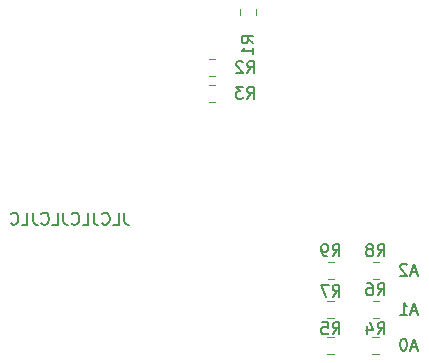
<source format=gbr>
%TF.GenerationSoftware,KiCad,Pcbnew,(5.1.6)-1*%
%TF.CreationDate,2020-09-17T21:49:40+02:00*%
%TF.ProjectId,gpioexpander5,6770696f-6578-4706-916e-646572352e6b,rev?*%
%TF.SameCoordinates,Original*%
%TF.FileFunction,Legend,Bot*%
%TF.FilePolarity,Positive*%
%FSLAX46Y46*%
G04 Gerber Fmt 4.6, Leading zero omitted, Abs format (unit mm)*
G04 Created by KiCad (PCBNEW (5.1.6)-1) date 2020-09-17 21:49:40*
%MOMM*%
%LPD*%
G01*
G04 APERTURE LIST*
%ADD10C,0.150000*%
%ADD11C,0.120000*%
G04 APERTURE END LIST*
D10*
X143208285Y-85510666D02*
X142732095Y-85510666D01*
X143303523Y-85796380D02*
X142970190Y-84796380D01*
X142636857Y-85796380D01*
X142113047Y-84796380D02*
X142017809Y-84796380D01*
X141922571Y-84844000D01*
X141874952Y-84891619D01*
X141827333Y-84986857D01*
X141779714Y-85177333D01*
X141779714Y-85415428D01*
X141827333Y-85605904D01*
X141874952Y-85701142D01*
X141922571Y-85748761D01*
X142017809Y-85796380D01*
X142113047Y-85796380D01*
X142208285Y-85748761D01*
X142255904Y-85701142D01*
X142303523Y-85605904D01*
X142351142Y-85415428D01*
X142351142Y-85177333D01*
X142303523Y-84986857D01*
X142255904Y-84891619D01*
X142208285Y-84844000D01*
X142113047Y-84796380D01*
X143208285Y-82462666D02*
X142732095Y-82462666D01*
X143303523Y-82748380D02*
X142970190Y-81748380D01*
X142636857Y-82748380D01*
X141779714Y-82748380D02*
X142351142Y-82748380D01*
X142065428Y-82748380D02*
X142065428Y-81748380D01*
X142160666Y-81891238D01*
X142255904Y-81986476D01*
X142351142Y-82034095D01*
X143208285Y-79160666D02*
X142732095Y-79160666D01*
X143303523Y-79446380D02*
X142970190Y-78446380D01*
X142636857Y-79446380D01*
X142351142Y-78541619D02*
X142303523Y-78494000D01*
X142208285Y-78446380D01*
X141970190Y-78446380D01*
X141874952Y-78494000D01*
X141827333Y-78541619D01*
X141779714Y-78636857D01*
X141779714Y-78732095D01*
X141827333Y-78874952D01*
X142398761Y-79446380D01*
X141779714Y-79446380D01*
X118411047Y-74128380D02*
X118411047Y-74842666D01*
X118458666Y-74985523D01*
X118553904Y-75080761D01*
X118696761Y-75128380D01*
X118792000Y-75128380D01*
X117458666Y-75128380D02*
X117934857Y-75128380D01*
X117934857Y-74128380D01*
X116553904Y-75033142D02*
X116601523Y-75080761D01*
X116744380Y-75128380D01*
X116839619Y-75128380D01*
X116982476Y-75080761D01*
X117077714Y-74985523D01*
X117125333Y-74890285D01*
X117172952Y-74699809D01*
X117172952Y-74556952D01*
X117125333Y-74366476D01*
X117077714Y-74271238D01*
X116982476Y-74176000D01*
X116839619Y-74128380D01*
X116744380Y-74128380D01*
X116601523Y-74176000D01*
X116553904Y-74223619D01*
X115839619Y-74128380D02*
X115839619Y-74842666D01*
X115887238Y-74985523D01*
X115982476Y-75080761D01*
X116125333Y-75128380D01*
X116220571Y-75128380D01*
X114887238Y-75128380D02*
X115363428Y-75128380D01*
X115363428Y-74128380D01*
X113982476Y-75033142D02*
X114030095Y-75080761D01*
X114172952Y-75128380D01*
X114268190Y-75128380D01*
X114411047Y-75080761D01*
X114506285Y-74985523D01*
X114553904Y-74890285D01*
X114601523Y-74699809D01*
X114601523Y-74556952D01*
X114553904Y-74366476D01*
X114506285Y-74271238D01*
X114411047Y-74176000D01*
X114268190Y-74128380D01*
X114172952Y-74128380D01*
X114030095Y-74176000D01*
X113982476Y-74223619D01*
X113268190Y-74128380D02*
X113268190Y-74842666D01*
X113315809Y-74985523D01*
X113411047Y-75080761D01*
X113553904Y-75128380D01*
X113649142Y-75128380D01*
X112315809Y-75128380D02*
X112792000Y-75128380D01*
X112792000Y-74128380D01*
X111411047Y-75033142D02*
X111458666Y-75080761D01*
X111601523Y-75128380D01*
X111696761Y-75128380D01*
X111839619Y-75080761D01*
X111934857Y-74985523D01*
X111982476Y-74890285D01*
X112030095Y-74699809D01*
X112030095Y-74556952D01*
X111982476Y-74366476D01*
X111934857Y-74271238D01*
X111839619Y-74176000D01*
X111696761Y-74128380D01*
X111601523Y-74128380D01*
X111458666Y-74176000D01*
X111411047Y-74223619D01*
X110696761Y-74128380D02*
X110696761Y-74842666D01*
X110744380Y-74985523D01*
X110839619Y-75080761D01*
X110982476Y-75128380D01*
X111077714Y-75128380D01*
X109744380Y-75128380D02*
X110220571Y-75128380D01*
X110220571Y-74128380D01*
X108839619Y-75033142D02*
X108887238Y-75080761D01*
X109030095Y-75128380D01*
X109125333Y-75128380D01*
X109268190Y-75080761D01*
X109363428Y-74985523D01*
X109411047Y-74890285D01*
X109458666Y-74699809D01*
X109458666Y-74556952D01*
X109411047Y-74366476D01*
X109363428Y-74271238D01*
X109268190Y-74176000D01*
X109125333Y-74128380D01*
X109030095Y-74128380D01*
X108887238Y-74176000D01*
X108839619Y-74223619D01*
D11*
%TO.C,R9*%
X136151252Y-78284000D02*
X135628748Y-78284000D01*
X136151252Y-79704000D02*
X135628748Y-79704000D01*
%TO.C,R8*%
X139961252Y-78284000D02*
X139438748Y-78284000D01*
X139961252Y-79704000D02*
X139438748Y-79704000D01*
%TO.C,R7*%
X136142252Y-81586000D02*
X135619748Y-81586000D01*
X136142252Y-83006000D02*
X135619748Y-83006000D01*
%TO.C,R6*%
X139970252Y-81586000D02*
X139447748Y-81586000D01*
X139970252Y-83006000D02*
X139447748Y-83006000D01*
%TO.C,R5*%
X136142252Y-84634000D02*
X135619748Y-84634000D01*
X136142252Y-86054000D02*
X135619748Y-86054000D01*
%TO.C,R4*%
X139952252Y-84634000D02*
X139429748Y-84634000D01*
X139952252Y-86054000D02*
X139429748Y-86054000D01*
%TO.C,R3*%
X126127252Y-63298000D02*
X125604748Y-63298000D01*
X126127252Y-64718000D02*
X125604748Y-64718000D01*
%TO.C,R2*%
X126127252Y-61139000D02*
X125604748Y-61139000D01*
X126127252Y-62559000D02*
X125604748Y-62559000D01*
%TO.C,R1*%
X129615000Y-57402252D02*
X129615000Y-56879748D01*
X128195000Y-57402252D02*
X128195000Y-56879748D01*
%TO.C,R9*%
D10*
X136056666Y-77795380D02*
X136390000Y-77319190D01*
X136628095Y-77795380D02*
X136628095Y-76795380D01*
X136247142Y-76795380D01*
X136151904Y-76843000D01*
X136104285Y-76890619D01*
X136056666Y-76985857D01*
X136056666Y-77128714D01*
X136104285Y-77223952D01*
X136151904Y-77271571D01*
X136247142Y-77319190D01*
X136628095Y-77319190D01*
X135580476Y-77795380D02*
X135390000Y-77795380D01*
X135294761Y-77747761D01*
X135247142Y-77700142D01*
X135151904Y-77557285D01*
X135104285Y-77366809D01*
X135104285Y-76985857D01*
X135151904Y-76890619D01*
X135199523Y-76843000D01*
X135294761Y-76795380D01*
X135485238Y-76795380D01*
X135580476Y-76843000D01*
X135628095Y-76890619D01*
X135675714Y-76985857D01*
X135675714Y-77223952D01*
X135628095Y-77319190D01*
X135580476Y-77366809D01*
X135485238Y-77414428D01*
X135294761Y-77414428D01*
X135199523Y-77366809D01*
X135151904Y-77319190D01*
X135104285Y-77223952D01*
%TO.C,R8*%
X139866666Y-77795380D02*
X140200000Y-77319190D01*
X140438095Y-77795380D02*
X140438095Y-76795380D01*
X140057142Y-76795380D01*
X139961904Y-76843000D01*
X139914285Y-76890619D01*
X139866666Y-76985857D01*
X139866666Y-77128714D01*
X139914285Y-77223952D01*
X139961904Y-77271571D01*
X140057142Y-77319190D01*
X140438095Y-77319190D01*
X139295238Y-77223952D02*
X139390476Y-77176333D01*
X139438095Y-77128714D01*
X139485714Y-77033476D01*
X139485714Y-76985857D01*
X139438095Y-76890619D01*
X139390476Y-76843000D01*
X139295238Y-76795380D01*
X139104761Y-76795380D01*
X139009523Y-76843000D01*
X138961904Y-76890619D01*
X138914285Y-76985857D01*
X138914285Y-77033476D01*
X138961904Y-77128714D01*
X139009523Y-77176333D01*
X139104761Y-77223952D01*
X139295238Y-77223952D01*
X139390476Y-77271571D01*
X139438095Y-77319190D01*
X139485714Y-77414428D01*
X139485714Y-77604904D01*
X139438095Y-77700142D01*
X139390476Y-77747761D01*
X139295238Y-77795380D01*
X139104761Y-77795380D01*
X139009523Y-77747761D01*
X138961904Y-77700142D01*
X138914285Y-77604904D01*
X138914285Y-77414428D01*
X138961904Y-77319190D01*
X139009523Y-77271571D01*
X139104761Y-77223952D01*
%TO.C,R7*%
X136056666Y-81224380D02*
X136390000Y-80748190D01*
X136628095Y-81224380D02*
X136628095Y-80224380D01*
X136247142Y-80224380D01*
X136151904Y-80272000D01*
X136104285Y-80319619D01*
X136056666Y-80414857D01*
X136056666Y-80557714D01*
X136104285Y-80652952D01*
X136151904Y-80700571D01*
X136247142Y-80748190D01*
X136628095Y-80748190D01*
X135723333Y-80224380D02*
X135056666Y-80224380D01*
X135485238Y-81224380D01*
%TO.C,R6*%
X139866666Y-81097380D02*
X140200000Y-80621190D01*
X140438095Y-81097380D02*
X140438095Y-80097380D01*
X140057142Y-80097380D01*
X139961904Y-80145000D01*
X139914285Y-80192619D01*
X139866666Y-80287857D01*
X139866666Y-80430714D01*
X139914285Y-80525952D01*
X139961904Y-80573571D01*
X140057142Y-80621190D01*
X140438095Y-80621190D01*
X139009523Y-80097380D02*
X139200000Y-80097380D01*
X139295238Y-80145000D01*
X139342857Y-80192619D01*
X139438095Y-80335476D01*
X139485714Y-80525952D01*
X139485714Y-80906904D01*
X139438095Y-81002142D01*
X139390476Y-81049761D01*
X139295238Y-81097380D01*
X139104761Y-81097380D01*
X139009523Y-81049761D01*
X138961904Y-81002142D01*
X138914285Y-80906904D01*
X138914285Y-80668809D01*
X138961904Y-80573571D01*
X139009523Y-80525952D01*
X139104761Y-80478333D01*
X139295238Y-80478333D01*
X139390476Y-80525952D01*
X139438095Y-80573571D01*
X139485714Y-80668809D01*
%TO.C,R5*%
X136056666Y-84399380D02*
X136390000Y-83923190D01*
X136628095Y-84399380D02*
X136628095Y-83399380D01*
X136247142Y-83399380D01*
X136151904Y-83447000D01*
X136104285Y-83494619D01*
X136056666Y-83589857D01*
X136056666Y-83732714D01*
X136104285Y-83827952D01*
X136151904Y-83875571D01*
X136247142Y-83923190D01*
X136628095Y-83923190D01*
X135151904Y-83399380D02*
X135628095Y-83399380D01*
X135675714Y-83875571D01*
X135628095Y-83827952D01*
X135532857Y-83780333D01*
X135294761Y-83780333D01*
X135199523Y-83827952D01*
X135151904Y-83875571D01*
X135104285Y-83970809D01*
X135104285Y-84208904D01*
X135151904Y-84304142D01*
X135199523Y-84351761D01*
X135294761Y-84399380D01*
X135532857Y-84399380D01*
X135628095Y-84351761D01*
X135675714Y-84304142D01*
%TO.C,R4*%
X139866666Y-84399380D02*
X140200000Y-83923190D01*
X140438095Y-84399380D02*
X140438095Y-83399380D01*
X140057142Y-83399380D01*
X139961904Y-83447000D01*
X139914285Y-83494619D01*
X139866666Y-83589857D01*
X139866666Y-83732714D01*
X139914285Y-83827952D01*
X139961904Y-83875571D01*
X140057142Y-83923190D01*
X140438095Y-83923190D01*
X139009523Y-83732714D02*
X139009523Y-84399380D01*
X139247619Y-83351761D02*
X139485714Y-84066047D01*
X138866666Y-84066047D01*
%TO.C,R3*%
X128817666Y-64460380D02*
X129151000Y-63984190D01*
X129389095Y-64460380D02*
X129389095Y-63460380D01*
X129008142Y-63460380D01*
X128912904Y-63508000D01*
X128865285Y-63555619D01*
X128817666Y-63650857D01*
X128817666Y-63793714D01*
X128865285Y-63888952D01*
X128912904Y-63936571D01*
X129008142Y-63984190D01*
X129389095Y-63984190D01*
X128484333Y-63460380D02*
X127865285Y-63460380D01*
X128198619Y-63841333D01*
X128055761Y-63841333D01*
X127960523Y-63888952D01*
X127912904Y-63936571D01*
X127865285Y-64031809D01*
X127865285Y-64269904D01*
X127912904Y-64365142D01*
X127960523Y-64412761D01*
X128055761Y-64460380D01*
X128341476Y-64460380D01*
X128436714Y-64412761D01*
X128484333Y-64365142D01*
%TO.C,R2*%
X128835666Y-62301380D02*
X129169000Y-61825190D01*
X129407095Y-62301380D02*
X129407095Y-61301380D01*
X129026142Y-61301380D01*
X128930904Y-61349000D01*
X128883285Y-61396619D01*
X128835666Y-61491857D01*
X128835666Y-61634714D01*
X128883285Y-61729952D01*
X128930904Y-61777571D01*
X129026142Y-61825190D01*
X129407095Y-61825190D01*
X128454714Y-61396619D02*
X128407095Y-61349000D01*
X128311857Y-61301380D01*
X128073761Y-61301380D01*
X127978523Y-61349000D01*
X127930904Y-61396619D01*
X127883285Y-61491857D01*
X127883285Y-61587095D01*
X127930904Y-61729952D01*
X128502333Y-62301380D01*
X127883285Y-62301380D01*
%TO.C,R1*%
X129357380Y-59759333D02*
X128881190Y-59426000D01*
X129357380Y-59187904D02*
X128357380Y-59187904D01*
X128357380Y-59568857D01*
X128405000Y-59664095D01*
X128452619Y-59711714D01*
X128547857Y-59759333D01*
X128690714Y-59759333D01*
X128785952Y-59711714D01*
X128833571Y-59664095D01*
X128881190Y-59568857D01*
X128881190Y-59187904D01*
X129357380Y-60711714D02*
X129357380Y-60140285D01*
X129357380Y-60426000D02*
X128357380Y-60426000D01*
X128500238Y-60330761D01*
X128595476Y-60235523D01*
X128643095Y-60140285D01*
%TD*%
M02*

</source>
